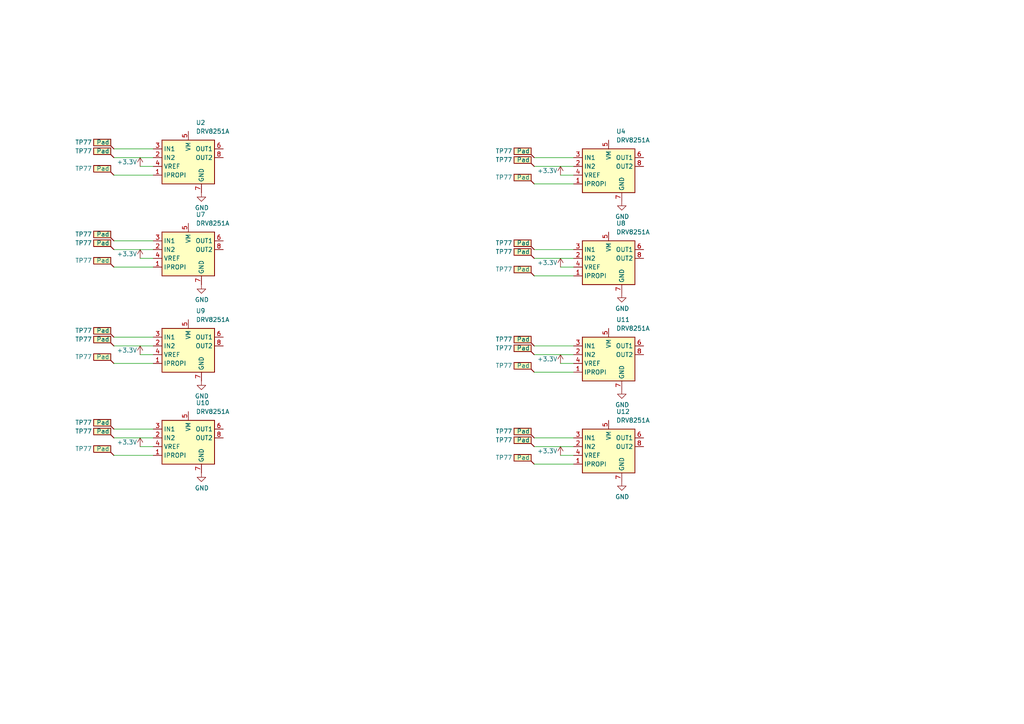
<source format=kicad_sch>
(kicad_sch (version 20230121) (generator eeschema)
  (paper "A4")
  (lib_symbols
    (symbol "Connector:TestPoint_Flag" (pin_numbers hide) (pin_names (offset 0.762) hide)
      (property "Reference" "TP" (at 3.429 1.778 0))
      (property "Value" "TestPoint_Flag" (at 3.302 4.191 0))
      (symbol "TestPoint_Flag_0_1"
        (polyline (pts (xy 0 0) (xy 0.889 0.889)) (stroke (width 0.254)))
        (rectangle (start 0.889 2.794) (end 5.842 0.889) (stroke (width 0.254)) (fill (type background)))
      )
      (symbol "TestPoint_Flag_1_1"
        (pin passive line (at 0 0 90) (length 0) (name "1") (number "1"))
      )
    )
    (symbol "Driver_Motor:DRV8251A"
      (property "Reference" "U2" (at 2.1941 10.16 0))
      (property "Value" "DRV8251A" (at 2.1941 7.62 0))
      (symbol "DRV8251A_0_1"
        (rectangle (start -7.62 5.08) (end 7.62 -7.62) (stroke (width 0.254)) (fill (type background)))
      )
      (symbol "DRV8251A_1_1"
        (pin output line (at -10.16 -5.08 0) (length 2.54) (name "IPROPI") (number "1"))
        (pin input line (at -10.16 0 0) (length 2.54) (name "IN2") (number "2"))
        (pin input line (at -10.16 2.54 0) (length 2.54) (name "IN1") (number "3"))
        (pin input line (at -10.16 -2.54 0) (length 2.54) (name "VREF") (number "4"))
        (pin power_in line (at 0 7.62 270) (length 2.54) (name "VM") (number "5"))
        (pin output line (at 10.16 2.54 180) (length 2.54) (name "OUT1") (number "6"))
        (pin power_in line (at 3.81 -10.16 90) (length 2.54) (name "GND") (number "7"))
        (pin output line (at 10.16 0 180) (length 2.54) (name "OUT2") (number "8"))
        (pin passive line (at 3.81 -10.16 90) (length 2.54) hide (name "GND") (number "9"))
      )
    )
    (symbol "power:+3.3V" (power) (pin_names (offset 0))
      (property "Value" "+3.3V" (at 0 3.556 0))
      (symbol "+3.3V_0_1"
        (polyline (pts (xy -0.762 1.27) (xy 0 2.54)))
        (polyline (pts (xy 0 0) (xy 0 2.54)))
        (polyline (pts (xy 0 2.54) (xy 0.762 1.27)))
      )
      (symbol "+3.3V_1_1"
        (pin power_in line (at 0 0 90) (length 0) hide (name "+3.3V") (number "1"))
      )
    )
    (symbol "power:GND" (power) (pin_names (offset 0))
      (property "Value" "GND" (at 0 -3.81 0))
      (symbol "GND_0_1"
        (polyline (pts (xy 0 0) (xy 0 -1.27) (xy 1.27 -1.27) (xy 0 -2.54) (xy -1.27 -1.27) (xy 0 -1.27)))
      )
      (symbol "GND_1_1"
        (pin power_in line (at 0 0 270) (length 0) hide (name "GND") (number "1"))
      )
    )
  )
  (wire (pts (xy 154.94 45.72) (xy 166.37 45.72)))
  (wire (pts (xy 154.94 80.01) (xy 166.37 80.01)))
  (wire (pts (xy 33.02 124.46) (xy 44.45 124.46)))
  (wire (pts (xy 40.64 74.93) (xy 44.45 74.93)))
  (wire (pts (xy 33.02 100.33) (xy 44.45 100.33)))
  (wire (pts (xy 154.94 100.33) (xy 166.37 100.33)))
  (wire (pts (xy 33.02 127) (xy 44.45 127)))
  (wire (pts (xy 33.02 77.47) (xy 44.45 77.47)))
  (wire (pts (xy 154.94 102.87) (xy 166.37 102.87)))
  (wire (pts (xy 154.94 107.95) (xy 166.37 107.95)))
  (wire (pts (xy 33.02 105.41) (xy 44.45 105.41)))
  (wire (pts (xy 154.94 127) (xy 166.37 127)))
  (wire (pts (xy 154.94 129.54) (xy 166.37 129.54)))
  (wire (pts (xy 162.56 105.41) (xy 166.37 105.41)))
  (wire (pts (xy 154.94 48.26) (xy 166.37 48.26)))
  (wire (pts (xy 33.02 132.08) (xy 44.45 132.08)))
  (wire (pts (xy 33.02 50.8) (xy 44.45 50.8)))
  (wire (pts (xy 33.02 72.39) (xy 44.45 72.39)))
  (wire (pts (xy 33.02 43.18) (xy 44.45 43.18)))
  (wire (pts (xy 33.02 97.79) (xy 44.45 97.79)))
  (wire (pts (xy 154.94 134.62) (xy 166.37 134.62)))
  (wire (pts (xy 40.64 129.54) (xy 44.45 129.54)))
  (wire (pts (xy 40.64 102.87) (xy 44.45 102.87)))
  (wire (pts (xy 162.56 50.8) (xy 166.37 50.8)))
  (wire (pts (xy 40.64 48.26) (xy 44.45 48.26)))
  (wire (pts (xy 154.94 72.39) (xy 166.37 72.39)))
  (wire (pts (xy 33.02 69.85) (xy 44.45 69.85)))
  (wire (pts (xy 162.56 77.47) (xy 166.37 77.47)))
  (wire (pts (xy 162.56 132.08) (xy 166.37 132.08)))
  (wire (pts (xy 154.94 53.34) (xy 166.37 53.34)))
  (wire (pts (xy 33.02 45.72) (xy 44.45 45.72)))
  (wire (pts (xy 154.94 74.93) (xy 166.37 74.93)))
  (symbol (lib_id "power:GND") (at 180.34 58.42 0) (unit 1)
    (property "Reference" "#PWR043" (effects hide))
    (property "Value" "GND" (at 180.467 62.8142 0))
    (instances (project "Cuttle_Motherboard_BB" (path "" (reference "#PWR043") (unit 1)) (path "" (reference "#PWR043") (unit 1))) (project "ultimateFC" (path "" (reference "#PWR0128") (unit 1))))
  )
  (symbol (lib_id "Connector:TestPoint_Flag") (at 33.02 72.39 0) (mirror y) (unit 1)
    (property "Reference" "TP77" (at 26.67 70.485 0) (effects (justify left)))
    (property "Value" "Pad" (at 31.75 70.485 0) (effects (justify left)))
    (property "Footprint" "ultimateFC:chonker_TestPoint_Pad_1.5x2.0mm" (effects hide))
    (instances (project "Cuttle_Motherboard_BB" (path "" (reference "TP77") (unit 1)) (path "" (reference "TP96") (unit 1))) (project "ultimateFC" (path "" (reference "TP117") (unit 1))))
  )
  (symbol (lib_id "Driver_Motor:DRV8251A") (at 54.61 100.33 0) (unit 1)
    (property "Reference" "U9" (at 56.8041 90.17 0) (effects (justify left)))
    (property "Value" "DRV8251A" (at 56.8041 92.71 0) (effects (justify left)))
    (property "Footprint" "Package_SO:Texas_HTSOP-8-1EP_3.9x4.9mm_P1.27mm_EP2.95x4.9mm_Mask2.4x3.1mm_ThermalVias" (effects hide))
    (property "Datasheet" "https://www.ti.com/lit/ds/symlink/drv8251a.pdf" (effects hide))
    (instances (project "Cuttle_Motherboard_BB" (path "" (reference "U9") (unit 1)) (path "" (reference "U7") (unit 1))))
  )
  (symbol (lib_id "power:+3.3V") (at 40.64 129.54 0) (unit 1)
    (property "Reference" "#PWR062" (effects hide))
    (property "Value" "+3.3V" (at 36.83 128.27 0))
  )
  (symbol (lib_id "power:+3.3V") (at 40.64 102.87 0) (unit 1)
    (property "Reference" "#PWR061" (effects hide))
    (property "Value" "+3.3V" (at 36.83 101.6 0))
  )
  (symbol (lib_id "power:GND") (at 180.34 113.03 0) (unit 1)
    (property "Reference" "#PWR045" (effects hide))
    (property "Value" "GND" (at 180.467 117.4242 0))
    (instances (project "Cuttle_Motherboard_BB" (path "" (reference "#PWR045") (unit 1)) (path "" (reference "#PWR045") (unit 1))) (project "ultimateFC" (path "" (reference "#PWR0128") (unit 1))))
  )
  (symbol (lib_id "power:GND") (at 58.42 137.16 0) (unit 1)
    (property "Reference" "#PWR046" (effects hide))
    (property "Value" "GND" (at 58.547 141.5542 0))
    (instances (project "Cuttle_Motherboard_BB" (path "" (reference "#PWR046") (unit 1)) (path "" (reference "#PWR066") (unit 1))) (project "ultimateFC" (path "" (reference "#PWR0128") (unit 1))))
  )
  (symbol (lib_id "Connector:TestPoint_Flag") (at 154.94 127 0) (mirror y) (unit 1)
    (property "Reference" "TP77" (at 148.59 125.095 0) (effects (justify left)))
    (property "Value" "Pad" (at 153.67 125.095 0) (effects (justify left)))
    (property "Footprint" "ultimateFC:chonker_TestPoint_Pad_1.5x2.0mm" (effects hide))
    (instances (project "Cuttle_Motherboard_BB" (path "" (reference "TP77") (unit 1)) (path "" (reference "TP113") (unit 1))) (project "ultimateFC" (path "" (reference "TP117") (unit 1))))
  )
  (symbol (lib_id "Connector:TestPoint_Flag") (at 154.94 80.01 0) (mirror y) (unit 1)
    (property "Reference" "TP77" (at 148.59 78.105 0) (effects (justify left)))
    (property "Value" "Pad" (at 153.67 78.105 0) (effects (justify left)))
    (property "Footprint" "ultimateFC:chonker_TestPoint_Pad_1.5x2.0mm" (effects hide))
    (instances (project "Cuttle_Motherboard_BB" (path "" (reference "TP77") (unit 1)) (path "" (reference "TP109") (unit 1))) (project "ultimateFC" (path "" (reference "TP117") (unit 1))))
  )
  (symbol (lib_id "Connector:TestPoint_Flag") (at 154.94 53.34 0) (mirror y) (unit 1)
    (property "Reference" "TP77" (at 148.59 51.435 0) (effects (justify left)))
    (property "Value" "Pad" (at 153.67 51.435 0) (effects (justify left)))
    (property "Footprint" "ultimateFC:chonker_TestPoint_Pad_1.5x2.0mm" (effects hide))
    (instances (project "Cuttle_Motherboard_BB" (path "" (reference "TP77") (unit 1)) (path "" (reference "TP106") (unit 1))) (project "ultimateFC" (path "" (reference "TP117") (unit 1))))
  )
  (symbol (lib_id "power:+3.3V") (at 162.56 50.8 0) (unit 1)
    (property "Reference" "#PWR058" (effects hide))
    (property "Value" "+3.3V" (at 158.75 49.53 0))
  )
  (symbol (lib_id "power:GND") (at 58.42 110.49 0) (unit 1)
    (property "Reference" "#PWR045" (effects hide))
    (property "Value" "GND" (at 58.547 114.8842 0))
    (instances (project "Cuttle_Motherboard_BB" (path "" (reference "#PWR045") (unit 1)) (path "" (reference "#PWR065") (unit 1))) (project "ultimateFC" (path "" (reference "#PWR0128") (unit 1))))
  )
  (symbol (lib_id "Connector:TestPoint_Flag") (at 33.02 77.47 0) (mirror y) (unit 1)
    (property "Reference" "TP77" (at 26.67 75.565 0) (effects (justify left)))
    (property "Value" "Pad" (at 31.75 75.565 0) (effects (justify left)))
    (property "Footprint" "ultimateFC:chonker_TestPoint_Pad_1.5x2.0mm" (effects hide))
    (instances (project "Cuttle_Motherboard_BB" (path "" (reference "TP77") (unit 1)) (path "" (reference "TP97") (unit 1))) (project "ultimateFC" (path "" (reference "TP117") (unit 1))))
  )
  (symbol (lib_id "Driver_Motor:DRV8251A") (at 176.53 48.26 0) (unit 1)
    (property "Reference" "U4" (at 178.7241 38.1 0) (effects (justify left)))
    (property "Value" "DRV8251A" (at 178.7241 40.64 0) (effects (justify left)))
    (property "Footprint" "Package_SO:Texas_HTSOP-8-1EP_3.9x4.9mm_P1.27mm_EP2.95x4.9mm_Mask2.4x3.1mm_ThermalVias" (effects hide))
    (property "Datasheet" "https://www.ti.com/lit/ds/symlink/drv8251a.pdf" (effects hide))
    (instances (project "Cuttle_Motherboard_BB" (path "" (reference "U4") (unit 1)) (path "" (reference "U9") (unit 1))))
  )
  (symbol (lib_id "Connector:TestPoint_Flag") (at 33.02 69.85 0) (mirror y) (unit 1)
    (property "Reference" "TP77" (at 26.67 67.945 0) (effects (justify left)))
    (property "Value" "Pad" (at 31.75 67.945 0) (effects (justify left)))
    (property "Footprint" "ultimateFC:chonker_TestPoint_Pad_1.5x2.0mm" (effects hide))
    (instances (project "Cuttle_Motherboard_BB" (path "" (reference "TP77") (unit 1)) (path "" (reference "TP95") (unit 1))) (project "ultimateFC" (path "" (reference "TP117") (unit 1))))
  )
  (symbol (lib_id "Driver_Motor:DRV8251A") (at 54.61 127 0) (unit 1)
    (property "Reference" "U10" (at 56.8041 116.84 0) (effects (justify left)))
    (property "Value" "DRV8251A" (at 56.8041 119.38 0) (effects (justify left)))
    (property "Footprint" "Package_SO:Texas_HTSOP-8-1EP_3.9x4.9mm_P1.27mm_EP2.95x4.9mm_Mask2.4x3.1mm_ThermalVias" (effects hide))
    (property "Datasheet" "https://www.ti.com/lit/ds/symlink/drv8251a.pdf" (effects hide))
    (instances (project "Cuttle_Motherboard_BB" (path "" (reference "U10") (unit 1)) (path "" (reference "U8") (unit 1))))
  )
  (symbol (lib_id "power:GND") (at 58.42 82.55 0) (unit 1)
    (property "Reference" "#PWR044" (effects hide))
    (property "Value" "GND" (at 58.547 86.9442 0))
    (instances (project "Cuttle_Motherboard_BB" (path "" (reference "#PWR044") (unit 1)) (path "" (reference "#PWR064") (unit 1))) (project "ultimateFC" (path "" (reference "#PWR0128") (unit 1))))
  )
  (symbol (lib_id "Connector:TestPoint_Flag") (at 154.94 48.26 0) (mirror y) (unit 1)
    (property "Reference" "TP77" (at 148.59 46.355 0) (effects (justify left)))
    (property "Value" "Pad" (at 153.67 46.355 0) (effects (justify left)))
    (property "Footprint" "ultimateFC:chonker_TestPoint_Pad_1.5x2.0mm" (effects hide))
    (instances (project "Cuttle_Motherboard_BB" (path "" (reference "TP77") (unit 1)) (path "" (reference "TP105") (unit 1))) (project "ultimateFC" (path "" (reference "TP117") (unit 1))))
  )
  (symbol (lib_id "Connector:TestPoint_Flag") (at 154.94 134.62 0) (mirror y) (unit 1)
    (property "Reference" "TP77" (at 148.59 132.715 0) (effects (justify left)))
    (property "Value" "Pad" (at 153.67 132.715 0) (effects (justify left)))
    (property "Footprint" "ultimateFC:chonker_TestPoint_Pad_1.5x2.0mm" (effects hide))
    (instances (project "Cuttle_Motherboard_BB" (path "" (reference "TP77") (unit 1)) (path "" (reference "TP115") (unit 1))) (project "ultimateFC" (path "" (reference "TP117") (unit 1))))
  )
  (symbol (lib_id "power:+3.3V") (at 162.56 77.47 0) (unit 1)
    (property "Reference" "#PWR057" (effects hide))
    (property "Value" "+3.3V" (at 158.75 76.2 0))
  )
  (symbol (lib_id "Connector:TestPoint_Flag") (at 33.02 43.18 0) (mirror y) (unit 1)
    (property "Reference" "TP77" (at 26.67 41.275 0) (effects (justify left)))
    (property "Value" "Pad" (at 31.75 41.275 0) (effects (justify left)))
    (property "Footprint" "ultimateFC:chonker_TestPoint_Pad_1.5x2.0mm" (effects hide))
    (instances (project "Cuttle_Motherboard_BB" (path "" (reference "TP77") (unit 1)) (path "" (reference "TP83") (unit 1))) (project "ultimateFC" (path "" (reference "TP117") (unit 1))))
  )
  (symbol (lib_id "Driver_Motor:DRV8251A") (at 54.61 72.39 0) (unit 1)
    (property "Reference" "U7" (at 56.8041 62.23 0) (effects (justify left)))
    (property "Value" "DRV8251A" (at 56.8041 64.77 0) (effects (justify left)))
    (property "Footprint" "Package_SO:Texas_HTSOP-8-1EP_3.9x4.9mm_P1.27mm_EP2.95x4.9mm_Mask2.4x3.1mm_ThermalVias" (effects hide))
    (property "Datasheet" "https://www.ti.com/lit/ds/symlink/drv8251a.pdf" (effects hide))
    (instances (project "Cuttle_Motherboard_BB" (path "" (reference "U7") (unit 1)) (path "" (reference "U6") (unit 1))))
  )
  (symbol (lib_id "Connector:TestPoint_Flag") (at 154.94 74.93 0) (mirror y) (unit 1)
    (property "Reference" "TP77" (at 148.59 73.025 0) (effects (justify left)))
    (property "Value" "Pad" (at 153.67 73.025 0) (effects (justify left)))
    (property "Footprint" "ultimateFC:chonker_TestPoint_Pad_1.5x2.0mm" (effects hide))
    (instances (project "Cuttle_Motherboard_BB" (path "" (reference "TP77") (unit 1)) (path "" (reference "TP108") (unit 1))) (project "ultimateFC" (path "" (reference "TP117") (unit 1))))
  )
  (symbol (lib_id "Driver_Motor:DRV8251A") (at 176.53 102.87 0) (unit 1)
    (property "Reference" "U11" (at 178.7241 92.71 0) (effects (justify left)))
    (property "Value" "DRV8251A" (at 178.7241 95.25 0) (effects (justify left)))
    (property "Footprint" "Package_SO:Texas_HTSOP-8-1EP_3.9x4.9mm_P1.27mm_EP2.95x4.9mm_Mask2.4x3.1mm_ThermalVias" (effects hide))
    (property "Datasheet" "https://www.ti.com/lit/ds/symlink/drv8251a.pdf" (effects hide))
  )
  (symbol (lib_id "Driver_Motor:DRV8251A") (at 54.61 45.72 0) (unit 1)
    (property "Reference" "U2" (at 56.8041 35.56 0) (effects (justify left)))
    (property "Value" "DRV8251A" (at 56.8041 38.1 0) (effects (justify left)))
    (property "Footprint" "Package_SO:Texas_HTSOP-8-1EP_3.9x4.9mm_P1.27mm_EP2.95x4.9mm_Mask2.4x3.1mm_ThermalVias" (effects hide))
    (property "Datasheet" "https://www.ti.com/lit/ds/symlink/drv8251a.pdf" (effects hide))
    (instances (project "Cuttle_Motherboard_BB" (path "" (reference "U2") (unit 1)) (path "" (reference "U5") (unit 1))))
  )
  (symbol (lib_id "Connector:TestPoint_Flag") (at 33.02 100.33 0) (mirror y) (unit 1)
    (property "Reference" "TP77" (at 26.67 98.425 0) (effects (justify left)))
    (property "Value" "Pad" (at 31.75 98.425 0) (effects (justify left)))
    (property "Footprint" "ultimateFC:chonker_TestPoint_Pad_1.5x2.0mm" (effects hide))
    (instances (project "Cuttle_Motherboard_BB" (path "" (reference "TP77") (unit 1)) (path "" (reference "TP99") (unit 1))) (project "ultimateFC" (path "" (reference "TP117") (unit 1))))
  )
  (symbol (lib_id "Driver_Motor:DRV8251A") (at 176.53 74.93 0) (unit 1)
    (property "Reference" "U8" (at 178.7241 64.77 0) (effects (justify left)))
    (property "Value" "DRV8251A" (at 178.7241 67.31 0) (effects (justify left)))
    (property "Footprint" "Package_SO:Texas_HTSOP-8-1EP_3.9x4.9mm_P1.27mm_EP2.95x4.9mm_Mask2.4x3.1mm_ThermalVias" (effects hide))
    (property "Datasheet" "https://www.ti.com/lit/ds/symlink/drv8251a.pdf" (effects hide))
    (instances (project "Cuttle_Motherboard_BB" (path "" (reference "U8") (unit 1)) (path "" (reference "U10") (unit 1))))
  )
  (symbol (lib_id "Connector:TestPoint_Flag") (at 154.94 72.39 0) (mirror y) (unit 1)
    (property "Reference" "TP77" (at 148.59 70.485 0) (effects (justify left)))
    (property "Value" "Pad" (at 153.67 70.485 0) (effects (justify left)))
    (property "Footprint" "ultimateFC:chonker_TestPoint_Pad_1.5x2.0mm" (effects hide))
    (instances (project "Cuttle_Motherboard_BB" (path "" (reference "TP77") (unit 1)) (path "" (reference "TP107") (unit 1))) (project "ultimateFC" (path "" (reference "TP117") (unit 1))))
  )
  (symbol (lib_id "power:GND") (at 180.34 139.7 0) (unit 1)
    (property "Reference" "#PWR046" (effects hide))
    (property "Value" "GND" (at 180.467 144.0942 0))
    (instances (project "Cuttle_Motherboard_BB" (path "" (reference "#PWR046") (unit 1)) (path "" (reference "#PWR046") (unit 1))) (project "ultimateFC" (path "" (reference "#PWR0128") (unit 1))))
  )
  (symbol (lib_id "Connector:TestPoint_Flag") (at 33.02 45.72 0) (mirror y) (unit 1)
    (property "Reference" "TP77" (at 26.67 43.815 0) (effects (justify left)))
    (property "Value" "Pad" (at 31.75 43.815 0) (effects (justify left)))
    (property "Footprint" "ultimateFC:chonker_TestPoint_Pad_1.5x2.0mm" (effects hide))
    (instances (project "Cuttle_Motherboard_BB" (path "" (reference "TP77") (unit 1)) (path "" (reference "TP84") (unit 1))) (project "ultimateFC" (path "" (reference "TP117") (unit 1))))
  )
  (symbol (lib_id "power:+3.3V") (at 162.56 105.41 0) (unit 1)
    (property "Reference" "#PWR056" (effects hide))
    (property "Value" "+3.3V" (at 158.75 104.14 0))
  )
  (symbol (lib_id "power:+3.3V") (at 40.64 74.93 0) (unit 1)
    (property "Reference" "#PWR060" (effects hide))
    (property "Value" "+3.3V" (at 36.83 73.66 0))
  )
  (symbol (lib_id "power:+3.3V") (at 40.64 48.26 0) (unit 1)
    (property "Reference" "#PWR059" (effects hide))
    (property "Value" "+3.3V" (at 36.83 46.99 0))
  )
  (symbol (lib_id "Connector:TestPoint_Flag") (at 154.94 100.33 0) (mirror y) (unit 1)
    (property "Reference" "TP77" (at 148.59 98.425 0) (effects (justify left)))
    (property "Value" "Pad" (at 153.67 98.425 0) (effects (justify left)))
    (property "Footprint" "ultimateFC:chonker_TestPoint_Pad_1.5x2.0mm" (effects hide))
    (instances (project "Cuttle_Motherboard_BB" (path "" (reference "TP77") (unit 1)) (path "" (reference "TP110") (unit 1))) (project "ultimateFC" (path "" (reference "TP117") (unit 1))))
  )
  (symbol (lib_id "Connector:TestPoint_Flag") (at 154.94 129.54 0) (mirror y) (unit 1)
    (property "Reference" "TP77" (at 148.59 127.635 0) (effects (justify left)))
    (property "Value" "Pad" (at 153.67 127.635 0) (effects (justify left)))
    (property "Footprint" "ultimateFC:chonker_TestPoint_Pad_1.5x2.0mm" (effects hide))
    (instances (project "Cuttle_Motherboard_BB" (path "" (reference "TP77") (unit 1)) (path "" (reference "TP114") (unit 1))) (project "ultimateFC" (path "" (reference "TP117") (unit 1))))
  )
  (symbol (lib_id "Connector:TestPoint_Flag") (at 33.02 127 0) (mirror y) (unit 1)
    (property "Reference" "TP77" (at 26.67 125.095 0) (effects (justify left)))
    (property "Value" "Pad" (at 31.75 125.095 0) (effects (justify left)))
    (property "Footprint" "ultimateFC:chonker_TestPoint_Pad_1.5x2.0mm" (effects hide))
    (instances (project "Cuttle_Motherboard_BB" (path "" (reference "TP77") (unit 1)) (path "" (reference "TP102") (unit 1))) (project "ultimateFC" (path "" (reference "TP117") (unit 1))))
  )
  (symbol (lib_id "power:GND") (at 58.42 55.88 0) (unit 1)
    (property "Reference" "#PWR043" (effects hide))
    (property "Value" "GND" (at 58.547 60.2742 0))
    (instances (project "Cuttle_Motherboard_BB" (path "" (reference "#PWR043") (unit 1)) (path "" (reference "#PWR063") (unit 1))) (project "ultimateFC" (path "" (reference "#PWR0128") (unit 1))))
  )
  (symbol (lib_id "Connector:TestPoint_Flag") (at 33.02 124.46 0) (mirror y) (unit 1)
    (property "Reference" "TP77" (at 26.67 122.555 0) (effects (justify left)))
    (property "Value" "Pad" (at 31.75 122.555 0) (effects (justify left)))
    (property "Footprint" "ultimateFC:chonker_TestPoint_Pad_1.5x2.0mm" (effects hide))
    (instances (project "Cuttle_Motherboard_BB" (path "" (reference "TP77") (unit 1)) (path "" (reference "TP101") (unit 1))) (project "ultimateFC" (path "" (reference "TP117") (unit 1))))
  )
  (symbol (lib_id "Connector:TestPoint_Flag") (at 33.02 132.08 0) (mirror y) (unit 1)
    (property "Reference" "TP77" (at 26.67 130.175 0) (effects (justify left)))
    (property "Value" "Pad" (at 31.75 130.175 0) (effects (justify left)))
    (property "Footprint" "ultimateFC:chonker_TestPoint_Pad_1.5x2.0mm" (effects hide))
    (instances (project "Cuttle_Motherboard_BB" (path "" (reference "TP77") (unit 1)) (path "" (reference "TP103") (unit 1))) (project "ultimateFC" (path "" (reference "TP117") (unit 1))))
  )
  (symbol (lib_id "Connector:TestPoint_Flag") (at 154.94 45.72 0) (mirror y) (unit 1)
    (property "Reference" "TP77" (at 148.59 43.815 0) (effects (justify left)))
    (property "Value" "Pad" (at 153.67 43.815 0) (effects (justify left)))
    (property "Footprint" "ultimateFC:chonker_TestPoint_Pad_1.5x2.0mm" (effects hide))
    (instances (project "Cuttle_Motherboard_BB" (path "" (reference "TP77") (unit 1)) (path "" (reference "TP104") (unit 1))) (project "ultimateFC" (path "" (reference "TP117") (unit 1))))
  )
  (symbol (lib_id "Driver_Motor:DRV8251A") (at 176.53 129.54 0) (unit 1)
    (property "Reference" "U12" (at 178.7241 119.38 0) (effects (justify left)))
    (property "Value" "DRV8251A" (at 178.7241 121.92 0) (effects (justify left)))
    (property "Footprint" "Package_SO:Texas_HTSOP-8-1EP_3.9x4.9mm_P1.27mm_EP2.95x4.9mm_Mask2.4x3.1mm_ThermalVias" (effects hide))
    (property "Datasheet" "https://www.ti.com/lit/ds/symlink/drv8251a.pdf" (effects hide))
  )
  (symbol (lib_id "Connector:TestPoint_Flag") (at 33.02 105.41 0) (mirror y) (unit 1)
    (property "Reference" "TP77" (at 26.67 103.505 0) (effects (justify left)))
    (property "Value" "Pad" (at 31.75 103.505 0) (effects (justify left)))
    (property "Footprint" "ultimateFC:chonker_TestPoint_Pad_1.5x2.0mm" (effects hide))
    (instances (project "Cuttle_Motherboard_BB" (path "" (reference "TP77") (unit 1)) (path "" (reference "TP100") (unit 1))) (project "ultimateFC" (path "" (reference "TP117") (unit 1))))
  )
  (symbol (lib_id "power:GND") (at 180.34 85.09 0) (unit 1)
    (property "Reference" "#PWR044" (effects hide))
    (property "Value" "GND" (at 180.467 89.4842 0))
    (instances (project "Cuttle_Motherboard_BB" (path "" (reference "#PWR044") (unit 1)) (path "" (reference "#PWR044") (unit 1))) (project "ultimateFC" (path "" (reference "#PWR0128") (unit 1))))
  )
  (symbol (lib_id "Connector:TestPoint_Flag") (at 154.94 107.95 0) (mirror y) (unit 1)
    (property "Reference" "TP77" (at 148.59 106.045 0) (effects (justify left)))
    (property "Value" "Pad" (at 153.67 106.045 0) (effects (justify left)))
    (property "Footprint" "ultimateFC:chonker_TestPoint_Pad_1.5x2.0mm" (effects hide))
    (instances (project "Cuttle_Motherboard_BB" (path "" (reference "TP77") (unit 1)) (path "" (reference "TP112") (unit 1))) (project "ultimateFC" (path "" (reference "TP117") (unit 1))))
  )
  (symbol (lib_id "power:+3.3V") (at 162.56 132.08 0) (unit 1)
    (property "Reference" "#PWR055" (effects hide))
    (property "Value" "+3.3V" (at 158.75 130.81 0))
  )
  (symbol (lib_id "Connector:TestPoint_Flag") (at 33.02 50.8 0) (mirror y) (unit 1)
    (property "Reference" "TP77" (at 26.67 48.895 0) (effects (justify left)))
    (property "Value" "Pad" (at 31.75 48.895 0) (effects (justify left)))
    (property "Footprint" "ultimateFC:chonker_TestPoint_Pad_1.5x2.0mm" (effects hide))
    (instances (project "Cuttle_Motherboard_BB" (path "" (reference "TP77") (unit 1)) (path "" (reference "TP94") (unit 1))) (project "ultimateFC" (path "" (reference "TP117") (unit 1))))
  )
  (symbol (lib_id "Connector:TestPoint_Flag") (at 33.02 97.79 0) (mirror y) (unit 1)
    (property "Reference" "TP77" (at 26.67 95.885 0) (effects (justify left)))
    (property "Value" "Pad" (at 31.75 95.885 0) (effects (justify left)))
    (property "Footprint" "ultimateFC:chonker_TestPoint_Pad_1.5x2.0mm" (effects hide))
    (instances (project "Cuttle_Motherboard_BB" (path "" (reference "TP77") (unit 1)) (path "" (reference "TP98") (unit 1))) (project "ultimateFC" (path "" (reference "TP117") (unit 1))))
  )
  (symbol (lib_id "Connector:TestPoint_Flag") (at 154.94 102.87 0) (mirror y) (unit 1)
    (property "Reference" "TP77" (at 148.59 100.965 0) (effects (justify left)))
    (property "Value" "Pad" (at 153.67 100.965 0) (effects (justify left)))
    (property "Footprint" "ultimateFC:chonker_TestPoint_Pad_1.5x2.0mm" (effects hide))
    (instances (project "Cuttle_Motherboard_BB" (path "" (reference "TP77") (unit 1)) (path "" (reference "TP111") (unit 1))) (project "ultimateFC" (path "" (reference "TP117") (unit 1))))
  )
)
</source>
